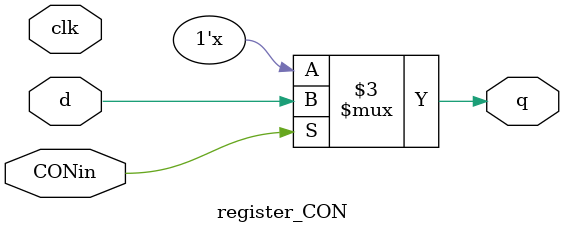
<source format=v>
module register_CON(
	input wire clk,
	input wire CONin,
	input wire d,
	output reg q
	);
	
	initial q = 0;

	always@(clk) 
	begin
		if(CONin) begin
			q <= d;
		end
	end
	
endmodule

</source>
